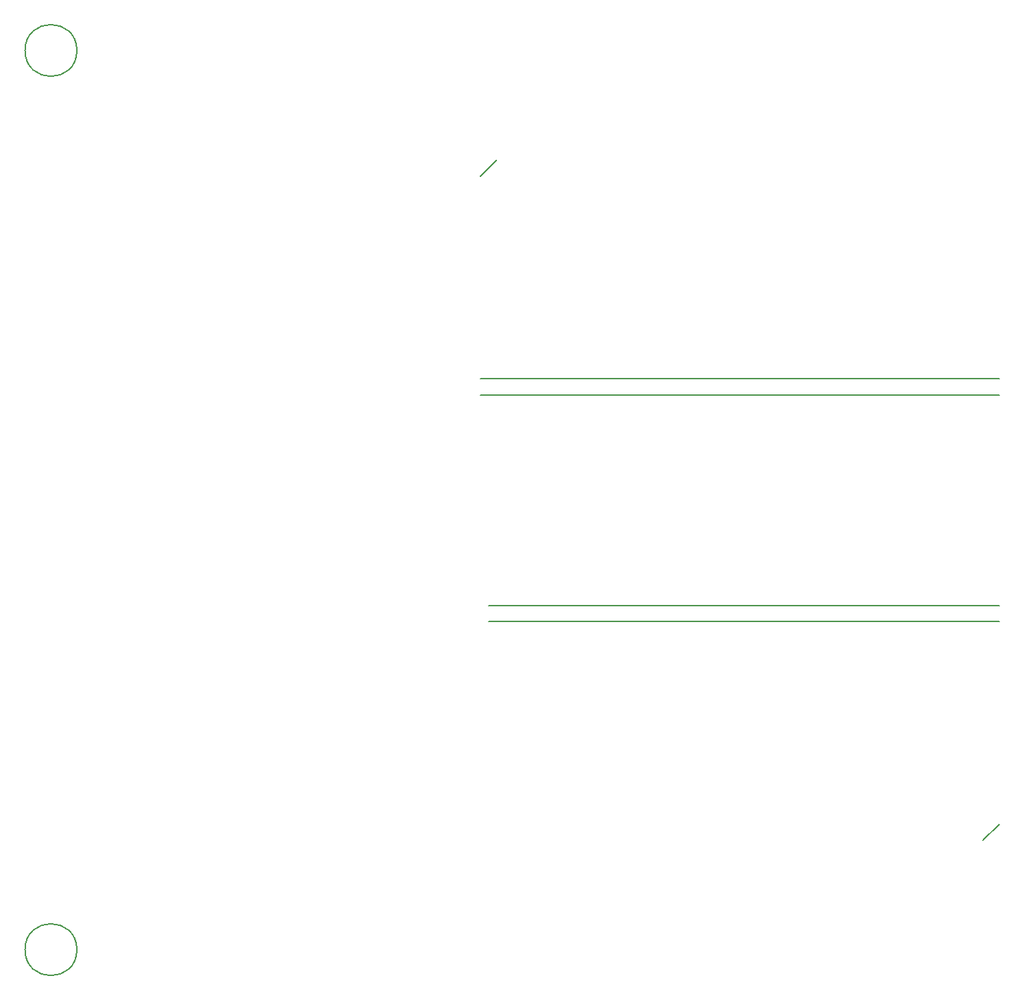
<source format=gbr>
%TF.GenerationSoftware,KiCad,Pcbnew,8.0.7*%
%TF.CreationDate,2025-02-21T11:32:42+13:00*%
%TF.ProjectId,JVCard,4a564361-7264-42e6-9b69-6361645f7063,rev?*%
%TF.SameCoordinates,Original*%
%TF.FileFunction,Other,Comment*%
%FSLAX46Y46*%
G04 Gerber Fmt 4.6, Leading zero omitted, Abs format (unit mm)*
G04 Created by KiCad (PCBNEW 8.0.7) date 2025-02-21 11:32:42*
%MOMM*%
%LPD*%
G01*
G04 APERTURE LIST*
%ADD10C,0.150000*%
G04 APERTURE END LIST*
D10*
X2000000Y-13000000D02*
X-61000000Y-13000000D01*
X-61000000Y-15000000D02*
X2000000Y-15000000D01*
X2000000Y13000000D02*
X-62000000Y13000000D01*
X-62000000Y15000000D02*
X2000000Y15000000D01*
X-62000000Y40000000D02*
X-60000000Y42000000D01*
X2000000Y-40000000D02*
X0Y-42000000D01*
%TO.C,H2*%
X-111800000Y55500000D02*
G75*
G02*
X-118200000Y55500000I-3200000J0D01*
G01*
X-118200000Y55500000D02*
G75*
G02*
X-111800000Y55500000I3200000J0D01*
G01*
%TO.C,H1*%
X-111800000Y-55500000D02*
G75*
G02*
X-118200000Y-55500000I-3200000J0D01*
G01*
X-118200000Y-55500000D02*
G75*
G02*
X-111800000Y-55500000I3200000J0D01*
G01*
%TD*%
M02*

</source>
